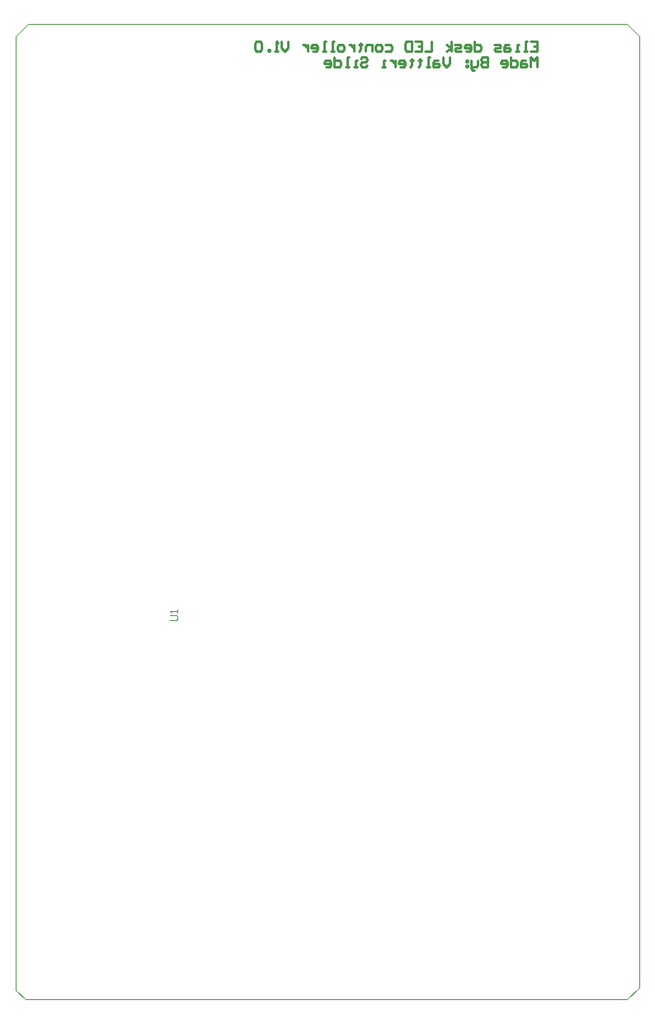
<source format=gbo>
G04*
G04 #@! TF.GenerationSoftware,Altium Limited,Altium Designer,22.7.1 (60)*
G04*
G04 Layer_Color=32896*
%FSLAX25Y25*%
%MOIN*%
G70*
G04*
G04 #@! TF.SameCoordinates,B0270450-B435-420B-BE19-FF0628D395ED*
G04*
G04*
G04 #@! TF.FilePolarity,Positive*
G04*
G01*
G75*
%ADD13C,0.01000*%
%ADD16C,0.00004*%
%ADD17C,0.00394*%
D13*
X305102Y449183D02*
Y453182D01*
X303769Y451849D01*
X302437Y453182D01*
Y449183D01*
X300437Y451849D02*
X299104D01*
X298438Y451183D01*
Y449183D01*
X300437D01*
X301104Y449850D01*
X300437Y450516D01*
X298438D01*
X294439Y453182D02*
Y449183D01*
X296439D01*
X297105Y449850D01*
Y451183D01*
X296439Y451849D01*
X294439D01*
X291107Y449183D02*
X292440D01*
X293106Y449850D01*
Y451183D01*
X292440Y451849D01*
X291107D01*
X290440Y451183D01*
Y450516D01*
X293106D01*
X285109Y453182D02*
Y449183D01*
X283109D01*
X282443Y449850D01*
Y450516D01*
X283109Y451183D01*
X285109D01*
X283109D01*
X282443Y451849D01*
Y452516D01*
X283109Y453182D01*
X285109D01*
X281110Y451849D02*
Y449850D01*
X280444Y449183D01*
X278444D01*
Y448517D01*
X279111Y447850D01*
X279777D01*
X278444Y449183D02*
Y451849D01*
X277111D02*
X276445D01*
Y451183D01*
X277111D01*
Y451849D01*
Y449850D02*
X276445D01*
Y449183D01*
X277111D01*
Y449850D01*
X269780Y453182D02*
Y450516D01*
X268447Y449183D01*
X267115Y450516D01*
Y453182D01*
X265115Y451849D02*
X263782D01*
X263116Y451183D01*
Y449183D01*
X265115D01*
X265782Y449850D01*
X265115Y450516D01*
X263116D01*
X261783Y449183D02*
X260450D01*
X261117D01*
Y453182D01*
X261783D01*
X257784Y452516D02*
Y451849D01*
X258451D01*
X257118D01*
X257784D01*
Y449850D01*
X257118Y449183D01*
X254452Y452516D02*
Y451849D01*
X255118D01*
X253786D01*
X254452D01*
Y449850D01*
X253786Y449183D01*
X249787D02*
X251120D01*
X251786Y449850D01*
Y451183D01*
X251120Y451849D01*
X249787D01*
X249120Y451183D01*
Y450516D01*
X251786D01*
X247787Y451849D02*
Y449183D01*
Y450516D01*
X247121Y451183D01*
X246455Y451849D01*
X245788D01*
X243789Y449183D02*
X242456D01*
X243122D01*
Y451849D01*
X243789D01*
X233792Y452516D02*
X234458Y453182D01*
X235791D01*
X236458Y452516D01*
Y451849D01*
X235791Y451183D01*
X234458D01*
X233792Y450516D01*
Y449850D01*
X234458Y449183D01*
X235791D01*
X236458Y449850D01*
X232459Y449183D02*
X231126D01*
X231793D01*
Y451849D01*
X232459D01*
X229127Y449183D02*
X227794D01*
X228460D01*
Y453182D01*
X229127D01*
X223129D02*
Y449183D01*
X225128D01*
X225795Y449850D01*
Y451183D01*
X225128Y451849D01*
X223129D01*
X219796Y449183D02*
X221129D01*
X221796Y449850D01*
Y451183D01*
X221129Y451849D01*
X219796D01*
X219130Y451183D01*
Y450516D01*
X221796D01*
X302437Y459723D02*
X305102D01*
Y455724D01*
X302437D01*
X305102Y457724D02*
X303769D01*
X301104Y455724D02*
X299771D01*
X300437D01*
Y459723D01*
X301104D01*
X297771Y455724D02*
X296439D01*
X297105D01*
Y458390D01*
X297771D01*
X293773D02*
X292440D01*
X291773Y457724D01*
Y455724D01*
X293773D01*
X294439Y456391D01*
X293773Y457057D01*
X291773D01*
X290440Y455724D02*
X288441D01*
X287775Y456391D01*
X288441Y457057D01*
X289774D01*
X290440Y457724D01*
X289774Y458390D01*
X287775D01*
X279777Y459723D02*
Y455724D01*
X281776D01*
X282443Y456391D01*
Y457724D01*
X281776Y458390D01*
X279777D01*
X276445Y455724D02*
X277778D01*
X278444Y456391D01*
Y457724D01*
X277778Y458390D01*
X276445D01*
X275779Y457724D01*
Y457057D01*
X278444D01*
X274446Y455724D02*
X272446D01*
X271780Y456391D01*
X272446Y457057D01*
X273779D01*
X274446Y457724D01*
X273779Y458390D01*
X271780D01*
X270447Y455724D02*
Y459723D01*
Y457057D02*
X268447Y458390D01*
X270447Y457057D02*
X268447Y455724D01*
X262449Y459723D02*
Y455724D01*
X259784D01*
X255785Y459723D02*
X258451D01*
Y455724D01*
X255785D01*
X258451Y457724D02*
X257118D01*
X254452Y459723D02*
Y455724D01*
X252453D01*
X251786Y456391D01*
Y459057D01*
X252453Y459723D01*
X254452D01*
X243789Y458390D02*
X245788D01*
X246455Y457724D01*
Y456391D01*
X245788Y455724D01*
X243789D01*
X241789D02*
X240457D01*
X239790Y456391D01*
Y457724D01*
X240457Y458390D01*
X241789D01*
X242456Y457724D01*
Y456391D01*
X241789Y455724D01*
X238457D02*
Y458390D01*
X236458D01*
X235791Y457724D01*
Y455724D01*
X233792Y459057D02*
Y458390D01*
X234458D01*
X233126D01*
X233792D01*
Y456391D01*
X233126Y455724D01*
X231126Y458390D02*
Y455724D01*
Y457057D01*
X230460Y457724D01*
X229793Y458390D01*
X229127D01*
X226461Y455724D02*
X225128D01*
X224462Y456391D01*
Y457724D01*
X225128Y458390D01*
X226461D01*
X227128Y457724D01*
Y456391D01*
X226461Y455724D01*
X223129D02*
X221796D01*
X222462D01*
Y459723D01*
X223129D01*
X219796Y455724D02*
X218464D01*
X219130D01*
Y459723D01*
X219796D01*
X214465Y455724D02*
X215798D01*
X216464Y456391D01*
Y457724D01*
X215798Y458390D01*
X214465D01*
X213798Y457724D01*
Y457057D01*
X216464D01*
X212466Y458390D02*
Y455724D01*
Y457057D01*
X211799Y457724D01*
X211133Y458390D01*
X210466D01*
X204468Y459723D02*
Y457057D01*
X203135Y455724D01*
X201802Y457057D01*
Y459723D01*
X200469Y455724D02*
X199136D01*
X199803D01*
Y459723D01*
X200469Y459057D01*
X197137Y455724D02*
Y456391D01*
X196471D01*
Y455724D01*
X197137D01*
X193805Y459057D02*
X193139Y459723D01*
X191806D01*
X191139Y459057D01*
Y456391D01*
X191806Y455724D01*
X193139D01*
X193805Y456391D01*
Y459057D01*
D16*
X99410Y466535D02*
X341535D01*
X346457Y461614D01*
Y77756D02*
Y461614D01*
X341535Y72835D02*
X346457Y77756D01*
X98425Y72835D02*
X341535D01*
X94488Y76772D02*
X98425Y72835D01*
X94488Y76772D02*
Y461614D01*
X99410Y466535D01*
D17*
X156851Y226000D02*
X159475D01*
X160000Y226525D01*
Y227574D01*
X159475Y228099D01*
X156851D01*
X160000Y229149D02*
Y230198D01*
Y229673D01*
X156851D01*
X157376Y229149D01*
M02*

</source>
